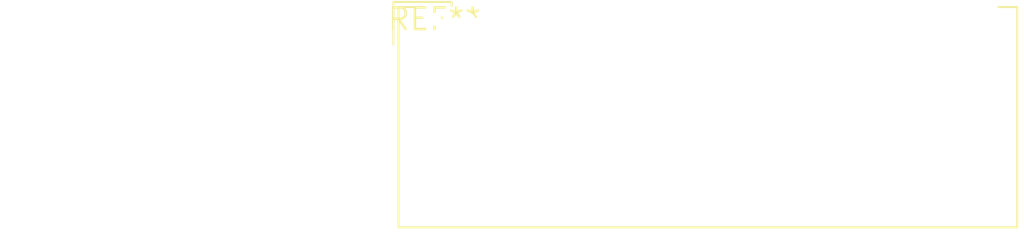
<source format=kicad_pcb>
(kicad_pcb (version 20240108) (generator pcbnew)
  (layers (0 "F.Cu" signal) (31 "B.Cu" signal) (34 "B.Paste" user) (35 "F.Paste" user) (36 "B.SilkS" user "B.Silkscreen") (37 "F.SilkS" user "F.Silkscreen") (38 "B.Mask" user) (39 "F.Mask" user) (44 "Edge.Cuts" user))
  (net 0 "")
  (footprint "JST_PUD_S34B-PUDSS-1_2x17_P2.00mm_Horizontal" (layer "F.Cu") (at 0 0)
    (property "Reference" "REF**")
    (property "Value" "JST_PUD_S34B-PUDSS-1_2x17_P2.00mm_Horizontal")
    (fp_line (start -2.41 -1.01) (end -2.41 1.49) (layer "F.SilkS") (stroke (width 0.12)))
    (fp_line (start -2.11 -0.71) (end -2.11 12.21) (layer "F.SilkS") (stroke (width 0.12)))
    (fp_line (start -2.11 12.21) (end 16 12.21) (layer "F.SilkS") (stroke (width 0.12)))
    (fp_line (start -1 -0.71) (end -2.11 -0.71) (layer "F.SilkS") (stroke (width 0.12)))
    (fp_line (start 1 -1.01) (end -2.41 -1.01) (layer "F.SilkS") (stroke (width 0.12)))
    (fp_line (start 1 -0.76) (end 1 -1.01) (layer "F.SilkS") (stroke (width 0.12)))
    (fp_line (start 33 -0.71) (end 34.11 -0.71) (layer "F.SilkS") (stroke (width 0.12)))
    (fp_line (start 34.11 -0.71) (end 34.11 12.21) (layer "F.SilkS") (stroke (width 0.12)))
    (fp_line (start 34.11 12.21) (end 16 12.21) (layer "F.SilkS") (stroke (width 0.12)))
    (pad "" np_thru_hole circle (at -0.9 9.7) (size 1.65 1.65) (drill 1.65) (layers *.Cu *.Mask))
    (pad "" np_thru_hole circle (at 32.9 9.7) (size 1.65 1.65) (drill 1.65) (layers *.Cu *.Mask))
    (pad "1" thru_hole roundrect (at 0 0) (size 1.2 1.2) (drill 0.75) (layers *.Cu *.Mask) (remove_unused_layers) (roundrect_rratio 0.208333))
    (pad "2" thru_hole circle (at 0 2) (size 1.2 1.2) (drill 0.75) (layers *.Cu *.Mask) (remove_unused_layers))
    (pad "3" thru_hole circle (at 2 0) (size 1.2 1.2) (drill 0.75) (layers *.Cu *.Mask) (remove_unused_layers))
    (pad "4" thru_hole circle (at 2 2) (size 1.2 1.2) (drill 0.75) (layers *.Cu *.Mask) (remove_unused_layers))
    (pad "5" thru_hole circle (at 4 0) (size 1.2 1.2) (drill 0.75) (layers *.Cu *.Mask) (remove_unused_layers))
    (pad "6" thru_hole circle (at 4 2) (size 1.2 1.2) (drill 0.75) (layers *.Cu *.Mask) (remove_unused_layers))
    (pad "7" thru_hole circle (at 6 0) (size 1.2 1.2) (drill 0.75) (layers *.Cu *.Mask) (remove_unused_layers))
    (pad "8" thru_hole circle (at 6 2) (size 1.2 1.2) (drill 0.75) (layers *.Cu *.Mask) (remove_unused_layers))
    (pad "9" thru_hole circle (at 8 0) (size 1.2 1.2) (drill 0.75) (layers *.Cu *.Mask) (remove_unused_layers))
    (pad "10" thru_hole circle (at 8 2) (size 1.2 1.2) (drill 0.75) (layers *.Cu *.Mask) (remove_unused_layers))
    (pad "11" thru_hole circle (at 10 0) (size 1.2 1.2) (drill 0.75) (layers *.Cu *.Mask) (remove_unused_layers))
    (pad "12" thru_hole circle (at 10 2) (size 1.2 1.2) (drill 0.75) (layers *.Cu *.Mask) (remove_unused_layers))
    (pad "13" thru_hole circle (at 12 0) (size 1.2 1.2) (drill 0.75) (layers *.Cu *.Mask) (remove_unused_layers))
    (pad "14" thru_hole circle (at 12 2) (size 1.2 1.2) (drill 0.75) (layers *.Cu *.Mask) (remove_unused_layers))
    (pad "15" thru_hole circle (at 14 0) (size 1.2 1.2) (drill 0.75) (layers *.Cu *.Mask) (remove_unused_layers))
    (pad "16" thru_hole circle (at 14 2) (size 1.2 1.2) (drill 0.75) (layers *.Cu *.Mask) (remove_unused_layers))
    (pad "17" thru_hole circle (at 16 0) (size 1.2 1.2) (drill 0.75) (layers *.Cu *.Mask) (remove_unused_layers))
    (pad "18" thru_hole circle (at 16 2) (size 1.2 1.2) (drill 0.75) (layers *.Cu *.Mask) (remove_unused_layers))
    (pad "19" thru_hole circle (at 18 0) (size 1.2 1.2) (drill 0.75) (layers *.Cu *.Mask) (remove_unused_layers))
    (pad "20" thru_hole circle (at 18 2) (size 1.2 1.2) (drill 0.75) (layers *.Cu *.Mask) (remove_unused_layers))
    (pad "21" thru_hole circle (at 20 0) (size 1.2 1.2) (drill 0.75) (layers *.Cu *.Mask) (remove_unused_layers))
    (pad "22" thru_hole circle (at 20 2) (size 1.2 1.2) (drill 0.75) (layers *.Cu *.Mask) (remove_unused_layers))
    (pad "23" thru_hole circle (at 22 0) (size 1.2 1.2) (drill 0.75) (layers *.Cu *.Mask) (remove_unused_layers))
    (pad "24" thru_hole circle (at 22 2) (size 1.2 1.2) (drill 0.75) (layers *.Cu *.Mask) (remove_unused_layers))
    (pad "25" thru_hole circle (at 24 0) (size 1.2 1.2) (drill 0.75) (layers *.Cu *.Mask) (remove_unused_layers))
    (pad "26" thru_hole circle (at 24 2) (size 1.2 1.2) (drill 0.75) (layers *.Cu *.Mask) (remove_unused_layers))
    (pad "27" thru_hole circle (at 26 0) (size 1.2 1.2) (drill 0.75) (layers *.Cu *.Mask) (remove_unused_layers))
    (pad "28" thru_hole circle (at 26 2) (size 1.2 1.2) (drill 0.75) (layers *.Cu *.Mask) (remove_unused_layers))
    (pad "29" thru_hole circle (at 28 0) (size 1.2 1.2) (drill 0.75) (layers *.Cu *.Mask) (remove_unused_layers))
    (pad "30" thru_hole circle (at 28 2) (size 1.2 1.2) (drill 0.75) (layers *.Cu *.Mask) (remove_unused_layers))
    (pad "31" thru_hole circle (at 30 0) (size 1.2 1.2) (drill 0.75) (layers *.Cu *.Mask) (remove_unused_layers))
    (pad "32" thru_hole circle (at 30 2) (size 1.2 1.2) (drill 0.75) (layers *.Cu *.Mask) (remove_unused_layers))
    (pad "33" thru_hole circle (at 32 0) (size 1.2 1.2) (drill 0.75) (layers *.Cu *.Mask) (remove_unused_layers))
    (pad "34" thru_hole circle (at 32 2) (size 1.2 1.2) (drill 0.75) (layers *.Cu *.Mask) (remove_unused_layers))
  )
)
</source>
